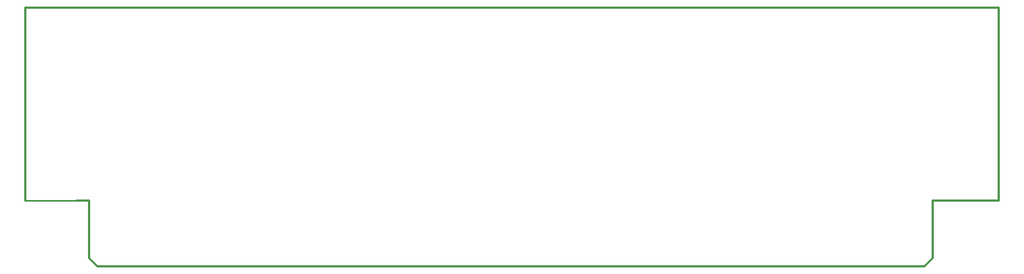
<source format=gm1>
%TF.GenerationSoftware,KiCad,Pcbnew,(6.0.9-0)*%
%TF.CreationDate,2023-01-05T16:32:09-08:00*%
%TF.ProjectId,mini-extender-m2,6d696e69-2d65-4787-9465-6e6465722d6d,rev?*%
%TF.SameCoordinates,Original*%
%TF.FileFunction,Profile,NP*%
%FSLAX46Y46*%
G04 Gerber Fmt 4.6, Leading zero omitted, Abs format (unit mm)*
G04 Created by KiCad (PCBNEW (6.0.9-0)) date 2023-01-05 16:32:09*
%MOMM*%
%LPD*%
G01*
G04 APERTURE LIST*
%TA.AperFunction,Profile*%
%ADD10C,0.299970*%
%TD*%
%TA.AperFunction,Profile*%
%ADD11C,0.250000*%
%TD*%
G04 APERTURE END LIST*
D10*
X227457000Y-93726000D02*
X219837000Y-93726000D01*
D11*
X77597000Y-93726000D02*
X85534500Y-93726000D01*
D10*
X216027000Y-103886000D02*
X88709500Y-103886000D01*
X87439500Y-101663500D02*
X87439500Y-102616000D01*
X227457000Y-63881000D02*
X227457000Y-91821000D01*
X217297000Y-93726000D02*
X217297000Y-102616000D01*
X87439500Y-93726000D02*
X87439500Y-101663500D01*
X217297000Y-93726000D02*
X219837000Y-93726000D01*
X86169500Y-93726000D02*
X85534500Y-93726000D01*
X87439500Y-102616000D02*
X88709500Y-103886000D01*
X77597000Y-63881000D02*
X227457000Y-63881000D01*
X77597000Y-63881000D02*
X77597000Y-93726000D01*
X227457000Y-93726000D02*
X227457000Y-91821000D01*
X216027000Y-103886000D02*
X217297000Y-102616000D01*
X86169500Y-93726000D02*
X87439500Y-93726000D01*
M02*

</source>
